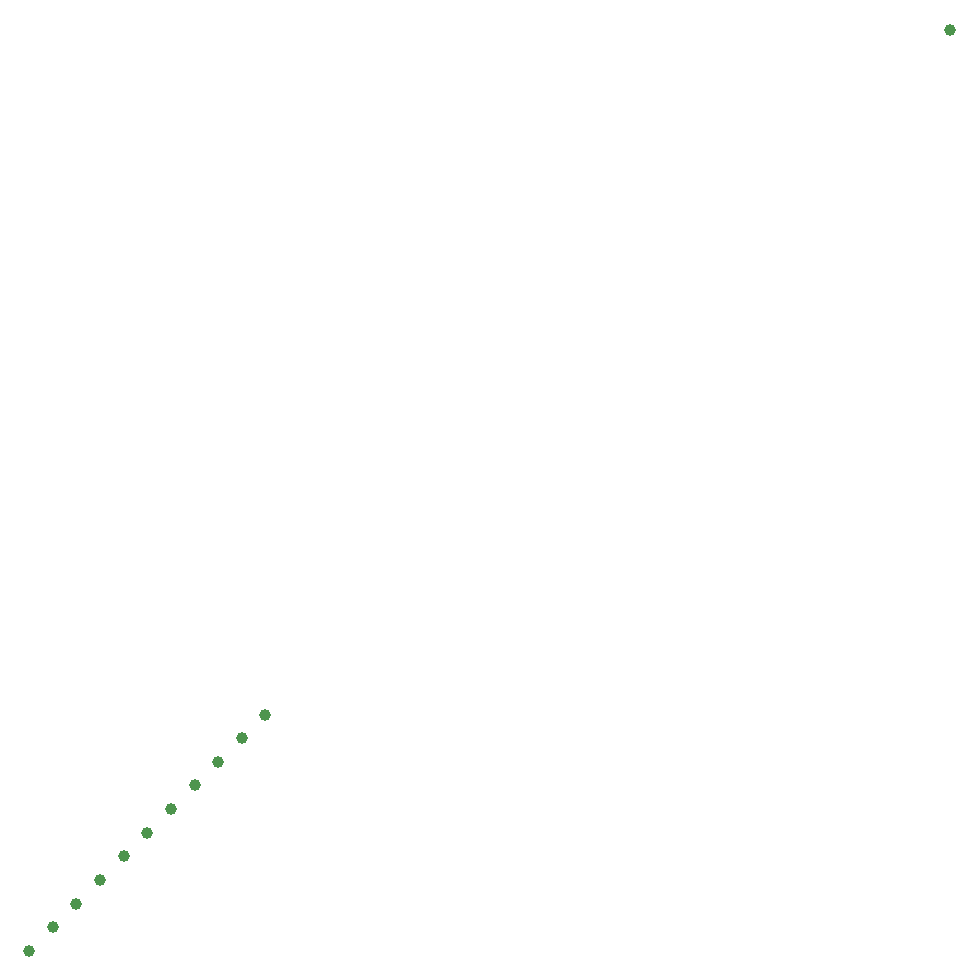
<source format=gbr>
G04 Examples for testing time performance of Gerber parsers*
%FSLAX26Y26*%
%MOMM*%
%ADD10C,1*%
%LPD*%
D10*
X0Y0D03*
X78000000Y78000000D03*
X2000000Y2000000D03*
X4000000Y4000000D03*
X6000000Y6000000D03*
X8000000Y8000000D03*
X10000000Y10000000D03*
X12000000Y12000000D03*
X14000000Y14000000D03*
X16000000Y16000000D03*
X18000000Y18000000D03*
X20000000Y20000000D03*
M02*

</source>
